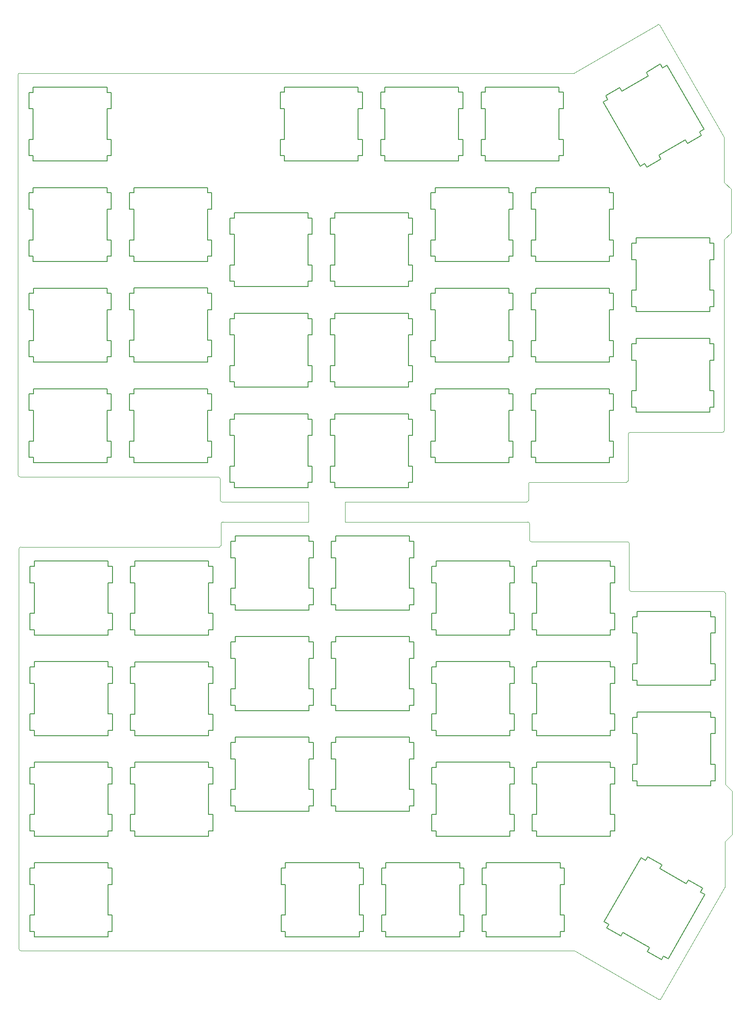
<source format=gbr>
G04 #@! TF.GenerationSoftware,KiCad,Pcbnew,(5.1.0-0)*
G04 #@! TF.CreationDate,2020-05-09T20:24:42+09:00*
G04 #@! TF.ProjectId,potto50-top-plate,706f7474-6f35-4302-9d74-6f702d706c61,rev?*
G04 #@! TF.SameCoordinates,Original*
G04 #@! TF.FileFunction,Profile,NP*
%FSLAX46Y46*%
G04 Gerber Fmt 4.6, Leading zero omitted, Abs format (unit mm)*
G04 Created by KiCad (PCBNEW (5.1.0-0)) date 2020-05-09 20:24:42*
%MOMM*%
%LPD*%
G04 APERTURE LIST*
%ADD10C,0.200000*%
%ADD11C,0.050000*%
G04 APERTURE END LIST*
D10*
X347211416Y-130708700D02*
X361212116Y-130708700D01*
X362011116Y-129709600D02*
X362011116Y-126609100D01*
X346412016Y-129709600D02*
X347211416Y-129709600D01*
X347211416Y-126609100D02*
X346412016Y-126609100D01*
X347211416Y-116709400D02*
X347211416Y-117709900D01*
X347211416Y-117709900D02*
X346412016Y-117709900D01*
X346412016Y-120809100D02*
X347211416Y-120809100D01*
X361212116Y-126609100D02*
X361212116Y-120809100D01*
X362011116Y-126609100D02*
X361212116Y-126609100D01*
X347211416Y-120809100D02*
X347211416Y-126609100D01*
X362011116Y-117709900D02*
X361212116Y-117709900D01*
X346412016Y-126609100D02*
X346412016Y-129709600D01*
X361212116Y-129709600D02*
X362011116Y-129709600D01*
X361212116Y-130708700D02*
X361212116Y-129709600D01*
X361212116Y-120809100D02*
X362011116Y-120809100D01*
X362011116Y-120809100D02*
X362011116Y-117709900D01*
X361212116Y-117709900D02*
X361212116Y-116709400D01*
X361212116Y-116709400D02*
X347211416Y-116709400D01*
X347211416Y-129709600D02*
X347211416Y-130708700D01*
X384512016Y-108184900D02*
X384512016Y-111284100D01*
X385311416Y-121183700D02*
X399312116Y-121183700D01*
X400111116Y-120184600D02*
X400111116Y-117084100D01*
X384512016Y-120184600D02*
X385311416Y-120184600D01*
X385311416Y-117084100D02*
X384512016Y-117084100D01*
X385311416Y-107184400D02*
X385311416Y-108184900D01*
X385311416Y-108184900D02*
X384512016Y-108184900D01*
X384512016Y-111284100D02*
X385311416Y-111284100D01*
X399312116Y-117084100D02*
X399312116Y-111284100D01*
X400111116Y-117084100D02*
X399312116Y-117084100D01*
X385311416Y-111284100D02*
X385311416Y-117084100D01*
X400111116Y-108184900D02*
X399312116Y-108184900D01*
X384512016Y-117084100D02*
X384512016Y-120184600D01*
X399312116Y-120184600D02*
X400111116Y-120184600D01*
X399312116Y-121183700D02*
X399312116Y-120184600D01*
X399312116Y-111284100D02*
X400111116Y-111284100D01*
X400111116Y-111284100D02*
X400111116Y-108184900D01*
X399312116Y-108184900D02*
X399312116Y-107184400D01*
X399312116Y-107184400D02*
X385311416Y-107184400D01*
X385311416Y-120184600D02*
X385311416Y-121183700D01*
X384512016Y-89134900D02*
X384512016Y-92234100D01*
X385311416Y-102133700D02*
X399312116Y-102133700D01*
X400111116Y-101134600D02*
X400111116Y-98034100D01*
X384512016Y-101134600D02*
X385311416Y-101134600D01*
X385311416Y-98034100D02*
X384512016Y-98034100D01*
X385311416Y-88134400D02*
X385311416Y-89134900D01*
X385311416Y-89134900D02*
X384512016Y-89134900D01*
X384512016Y-92234100D02*
X385311416Y-92234100D01*
X399312116Y-98034100D02*
X399312116Y-92234100D01*
X400111116Y-98034100D02*
X399312116Y-98034100D01*
X385311416Y-92234100D02*
X385311416Y-98034100D01*
X400111116Y-89134900D02*
X399312116Y-89134900D01*
X384512016Y-98034100D02*
X384512016Y-101134600D01*
X399312116Y-101134600D02*
X400111116Y-101134600D01*
X399312116Y-102133700D02*
X399312116Y-101134600D01*
X399312116Y-92234100D02*
X400111116Y-92234100D01*
X400111116Y-92234100D02*
X400111116Y-89134900D01*
X399312116Y-89134900D02*
X399312116Y-88134400D01*
X399312116Y-88134400D02*
X385311416Y-88134400D01*
X385311416Y-101134600D02*
X385311416Y-102133700D01*
X365462016Y-79609900D02*
X365462016Y-82709100D01*
X366261416Y-92608700D02*
X380262116Y-92608700D01*
X381061116Y-91609600D02*
X381061116Y-88509100D01*
X365462016Y-91609600D02*
X366261416Y-91609600D01*
X366261416Y-88509100D02*
X365462016Y-88509100D01*
X366261416Y-78609400D02*
X366261416Y-79609900D01*
X366261416Y-79609900D02*
X365462016Y-79609900D01*
X365462016Y-82709100D02*
X366261416Y-82709100D01*
X380262116Y-88509100D02*
X380262116Y-82709100D01*
X381061116Y-88509100D02*
X380262116Y-88509100D01*
X366261416Y-82709100D02*
X366261416Y-88509100D01*
X381061116Y-79609900D02*
X380262116Y-79609900D01*
X365462016Y-88509100D02*
X365462016Y-91609600D01*
X380262116Y-91609600D02*
X381061116Y-91609600D01*
X380262116Y-92608700D02*
X380262116Y-91609600D01*
X380262116Y-82709100D02*
X381061116Y-82709100D01*
X381061116Y-82709100D02*
X381061116Y-79609900D01*
X380262116Y-79609900D02*
X380262116Y-78609400D01*
X380262116Y-78609400D02*
X366261416Y-78609400D01*
X366261416Y-91609600D02*
X366261416Y-92608700D01*
X370737116Y-139859100D02*
X371536116Y-139859100D01*
X371536116Y-139859100D02*
X371536116Y-136759900D01*
X370737116Y-136759900D02*
X370737116Y-135759400D01*
X370737116Y-135759400D02*
X356736416Y-135759400D01*
X356736416Y-148759600D02*
X356736416Y-149758700D01*
X365462016Y-117709900D02*
X365462016Y-120809100D01*
X366261416Y-130708700D02*
X380262116Y-130708700D01*
X381061116Y-129709600D02*
X381061116Y-126609100D01*
X365462016Y-129709600D02*
X366261416Y-129709600D01*
X366261416Y-126609100D02*
X365462016Y-126609100D01*
X366261416Y-116709400D02*
X366261416Y-117709900D01*
X366261416Y-117709900D02*
X365462016Y-117709900D01*
X365462016Y-120809100D02*
X366261416Y-120809100D01*
X380262116Y-126609100D02*
X380262116Y-120809100D01*
X381061116Y-126609100D02*
X380262116Y-126609100D01*
X366261416Y-120809100D02*
X366261416Y-126609100D01*
X381061116Y-117709900D02*
X380262116Y-117709900D01*
X365462016Y-126609100D02*
X365462016Y-129709600D01*
X380262116Y-129709600D02*
X381061116Y-129709600D01*
X380262116Y-130708700D02*
X380262116Y-129709600D01*
X380262116Y-120809100D02*
X381061116Y-120809100D01*
X381061116Y-120809100D02*
X381061116Y-117709900D01*
X380262116Y-117709900D02*
X380262116Y-116709400D01*
X380262116Y-116709400D02*
X366261416Y-116709400D01*
X366261416Y-129709600D02*
X366261416Y-130708700D01*
X346412016Y-117709900D02*
X346412016Y-120809100D01*
X323911116Y-105897100D02*
X323911116Y-102796600D01*
X323112116Y-96996600D02*
X323911116Y-96996600D01*
X323911116Y-96996600D02*
X323911116Y-93897400D01*
X323112116Y-93897400D02*
X323112116Y-92896900D01*
X323112116Y-92896900D02*
X309111416Y-92896900D01*
X309111416Y-92896900D02*
X309111416Y-93897400D01*
X309111416Y-93897400D02*
X308312016Y-93897400D01*
X308312016Y-96996600D02*
X309111416Y-96996600D01*
X323112116Y-102796600D02*
X323112116Y-96996600D01*
X323911116Y-102796600D02*
X323112116Y-102796600D01*
X309111416Y-96996600D02*
X309111416Y-102796600D01*
X323911116Y-93897400D02*
X323112116Y-93897400D01*
X308312016Y-102796600D02*
X308312016Y-105897100D01*
X323112116Y-105897100D02*
X323911116Y-105897100D01*
X323112116Y-106896200D02*
X323112116Y-105897100D01*
X290061416Y-110672300D02*
X290061416Y-111671400D01*
X289262016Y-110672300D02*
X290061416Y-110672300D01*
X290061416Y-107571800D02*
X289262016Y-107571800D01*
X289262016Y-98672600D02*
X289262016Y-101771800D01*
X290061416Y-111671400D02*
X304062116Y-111671400D01*
X304861116Y-110672300D02*
X304861116Y-107571800D01*
X304062116Y-101771800D02*
X304861116Y-101771800D01*
X304861116Y-101771800D02*
X304861116Y-98672600D01*
X304062116Y-98672600D02*
X304062116Y-97672100D01*
X304062116Y-97672100D02*
X290061416Y-97672100D01*
X290061416Y-97672100D02*
X290061416Y-98672600D01*
X290061416Y-98672600D02*
X289262016Y-98672600D01*
X289262016Y-101771800D02*
X290061416Y-101771800D01*
X304062116Y-107571800D02*
X304062116Y-101771800D01*
X304861116Y-107571800D02*
X304062116Y-107571800D01*
X290061416Y-101771800D02*
X290061416Y-107571800D01*
X304861116Y-98672600D02*
X304062116Y-98672600D01*
X289262016Y-107571800D02*
X289262016Y-110672300D01*
X304062116Y-110672300D02*
X304861116Y-110672300D01*
X304062116Y-111671400D02*
X304062116Y-110672300D01*
X271011416Y-110659600D02*
X271011416Y-111658700D01*
X270212016Y-110659600D02*
X271011416Y-110659600D01*
X271011416Y-107559100D02*
X270212016Y-107559100D01*
X270212016Y-98659900D02*
X270212016Y-101759100D01*
X271011416Y-111658700D02*
X285012116Y-111658700D01*
X285811116Y-110659600D02*
X285811116Y-107559100D01*
X285012116Y-101759100D02*
X285811116Y-101759100D01*
X285811116Y-101759100D02*
X285811116Y-98659900D01*
X285012116Y-98659900D02*
X285012116Y-97659400D01*
X285012116Y-97659400D02*
X271011416Y-97659400D01*
X271011416Y-97659400D02*
X271011416Y-98659900D01*
X271011416Y-98659900D02*
X270212016Y-98659900D01*
X270212016Y-101759100D02*
X271011416Y-101759100D01*
X285012116Y-107559100D02*
X285012116Y-101759100D01*
X285811116Y-107559100D02*
X285012116Y-107559100D01*
X271011416Y-101759100D02*
X271011416Y-107559100D01*
X285811116Y-98659900D02*
X285012116Y-98659900D01*
X270212016Y-107559100D02*
X270212016Y-110659600D01*
X285012116Y-110659600D02*
X285811116Y-110659600D01*
X285012116Y-111658700D02*
X285012116Y-110659600D01*
X271011416Y-91609600D02*
X271011416Y-92608700D01*
X270212016Y-91609600D02*
X271011416Y-91609600D01*
X271011416Y-88509100D02*
X270212016Y-88509100D01*
X270212016Y-79609900D02*
X270212016Y-82709100D01*
X271011416Y-92608700D02*
X285012116Y-92608700D01*
X285811116Y-91609600D02*
X285811116Y-88509100D01*
X285012116Y-82709100D02*
X285811116Y-82709100D01*
X285811116Y-82709100D02*
X285811116Y-79609900D01*
X285012116Y-79609900D02*
X285012116Y-78609400D01*
X285012116Y-78609400D02*
X271011416Y-78609400D01*
X271011416Y-78609400D02*
X271011416Y-79609900D01*
X271011416Y-79609900D02*
X270212016Y-79609900D01*
X270212016Y-82709100D02*
X271011416Y-82709100D01*
X285012116Y-88509100D02*
X285012116Y-82709100D01*
X285811116Y-88509100D02*
X285012116Y-88509100D01*
X271011416Y-82709100D02*
X271011416Y-88509100D01*
X285811116Y-79609900D02*
X285012116Y-79609900D01*
X270212016Y-88509100D02*
X270212016Y-91609600D01*
X285012116Y-91609600D02*
X285811116Y-91609600D01*
X285012116Y-92608700D02*
X285012116Y-91609600D01*
X290061416Y-91609600D02*
X290061416Y-92608700D01*
X289262016Y-91609600D02*
X290061416Y-91609600D01*
X290061416Y-88509100D02*
X289262016Y-88509100D01*
X289262016Y-79609900D02*
X289262016Y-82709100D01*
X290061416Y-92608700D02*
X304062116Y-92608700D01*
X304861116Y-91609600D02*
X304861116Y-88509100D01*
X304062116Y-82709100D02*
X304861116Y-82709100D01*
X304861116Y-82709100D02*
X304861116Y-79609900D01*
X304062116Y-79609900D02*
X304062116Y-78609400D01*
X304062116Y-78609400D02*
X290061416Y-78609400D01*
X290061416Y-78609400D02*
X290061416Y-79609900D01*
X290061416Y-79609900D02*
X289262016Y-79609900D01*
X289262016Y-82709100D02*
X290061416Y-82709100D01*
X304062116Y-88509100D02*
X304062116Y-82709100D01*
X304861116Y-88509100D02*
X304062116Y-88509100D01*
X290061416Y-82709100D02*
X290061416Y-88509100D01*
X304861116Y-79609900D02*
X304062116Y-79609900D01*
X289262016Y-88509100D02*
X289262016Y-91609600D01*
X304062116Y-91609600D02*
X304861116Y-91609600D01*
X304062116Y-92608700D02*
X304062116Y-91609600D01*
X328161416Y-86847100D02*
X328161416Y-87846200D01*
X327362016Y-86847100D02*
X328161416Y-86847100D01*
X328161416Y-83746600D02*
X327362016Y-83746600D01*
X327362016Y-74847400D02*
X327362016Y-77946600D01*
X328161416Y-87846200D02*
X342162116Y-87846200D01*
X342961116Y-86847100D02*
X342961116Y-83746600D01*
X327362016Y-105897100D02*
X328161416Y-105897100D01*
X328161416Y-102796600D02*
X327362016Y-102796600D01*
X327362016Y-93897400D02*
X327362016Y-96996600D01*
X328161416Y-106896200D02*
X342162116Y-106896200D01*
X342961116Y-105897100D02*
X342961116Y-102796600D01*
X342162116Y-96996600D02*
X342961116Y-96996600D01*
X342961116Y-96996600D02*
X342961116Y-93897400D01*
X342162116Y-93897400D02*
X342162116Y-92896900D01*
X342162116Y-92896900D02*
X328161416Y-92896900D01*
X328161416Y-92896900D02*
X328161416Y-93897400D01*
X328161416Y-93897400D02*
X327362016Y-93897400D01*
X327362016Y-96996600D02*
X328161416Y-96996600D01*
X342162116Y-102796600D02*
X342162116Y-96996600D01*
X342961116Y-102796600D02*
X342162116Y-102796600D01*
X328161416Y-96996600D02*
X328161416Y-102796600D01*
X342961116Y-93897400D02*
X342162116Y-93897400D01*
X327362016Y-102796600D02*
X327362016Y-105897100D01*
X342162116Y-105897100D02*
X342961116Y-105897100D01*
X342162116Y-106896200D02*
X342162116Y-105897100D01*
X309111416Y-105897100D02*
X309111416Y-106896200D01*
X308312016Y-105897100D02*
X309111416Y-105897100D01*
X309111416Y-102796600D02*
X308312016Y-102796600D01*
X308312016Y-93897400D02*
X308312016Y-96996600D01*
X309111416Y-106896200D02*
X323112116Y-106896200D01*
X270998716Y-148746900D02*
X270998716Y-149746000D01*
X270199316Y-148746900D02*
X270998716Y-148746900D01*
X270998716Y-145646400D02*
X270199316Y-145646400D01*
X270199316Y-136747200D02*
X270199316Y-139846400D01*
X270998716Y-149746000D02*
X284999416Y-149746000D01*
X285798416Y-148746900D02*
X285798416Y-145646400D01*
X284999416Y-139846400D02*
X285798416Y-139846400D01*
X285798416Y-139846400D02*
X285798416Y-136747200D01*
X284999416Y-136747200D02*
X284999416Y-135746700D01*
X284999416Y-135746700D02*
X270998716Y-135746700D01*
X270998716Y-135746700D02*
X270998716Y-136747200D01*
X270998716Y-136747200D02*
X270199316Y-136747200D01*
X270199316Y-139846400D02*
X270998716Y-139846400D01*
X284999416Y-145646400D02*
X284999416Y-139846400D01*
X285798416Y-145646400D02*
X284999416Y-145646400D01*
X270998716Y-139846400D02*
X270998716Y-145646400D01*
X285798416Y-136747200D02*
X284999416Y-136747200D01*
X270199316Y-145646400D02*
X270199316Y-148746900D01*
X284999416Y-148746900D02*
X285798416Y-148746900D01*
X284999416Y-149746000D02*
X284999416Y-148746900D01*
X270998716Y-129709600D02*
X270998716Y-130708700D01*
X270199316Y-129709600D02*
X270998716Y-129709600D01*
X270998716Y-126609100D02*
X270199316Y-126609100D01*
X270199316Y-117709900D02*
X270199316Y-120809100D01*
X270998716Y-130708700D02*
X284999416Y-130708700D01*
X285798416Y-129709600D02*
X285798416Y-126609100D01*
X284999416Y-120809100D02*
X285798416Y-120809100D01*
X285798416Y-120809100D02*
X285798416Y-117709900D01*
X284999416Y-117709900D02*
X284999416Y-116709400D01*
X284999416Y-116709400D02*
X270998716Y-116709400D01*
X270998716Y-116709400D02*
X270998716Y-117709900D01*
X270998716Y-117709900D02*
X270199316Y-117709900D01*
X270199316Y-120809100D02*
X270998716Y-120809100D01*
X284999416Y-126609100D02*
X284999416Y-120809100D01*
X285798416Y-126609100D02*
X284999416Y-126609100D01*
X270998716Y-120809100D02*
X270998716Y-126609100D01*
X285798416Y-117709900D02*
X284999416Y-117709900D01*
X270199316Y-126609100D02*
X270199316Y-129709600D01*
X284999416Y-129709600D02*
X285798416Y-129709600D01*
X284999416Y-130708700D02*
X284999416Y-129709600D01*
X328161416Y-124947100D02*
X328161416Y-125946200D01*
X327362016Y-124947100D02*
X328161416Y-124947100D01*
X328161416Y-121846600D02*
X327362016Y-121846600D01*
X327362016Y-112947400D02*
X327362016Y-116046600D01*
X328161416Y-125946200D02*
X342162116Y-125946200D01*
X342961116Y-124947100D02*
X342961116Y-121846600D01*
X342162116Y-116046600D02*
X342961116Y-116046600D01*
X342961116Y-116046600D02*
X342961116Y-112947400D01*
X342162116Y-112947400D02*
X342162116Y-111946900D01*
X342162116Y-111946900D02*
X328161416Y-111946900D01*
X328161416Y-111946900D02*
X328161416Y-112947400D01*
X328161416Y-112947400D02*
X327362016Y-112947400D01*
X327362016Y-116046600D02*
X328161416Y-116046600D01*
X342162116Y-121846600D02*
X342162116Y-116046600D01*
X342961116Y-121846600D02*
X342162116Y-121846600D01*
X328161416Y-116046600D02*
X328161416Y-121846600D01*
X342961116Y-112947400D02*
X342162116Y-112947400D01*
X327362016Y-121846600D02*
X327362016Y-124947100D01*
X342162116Y-124947100D02*
X342961116Y-124947100D01*
X342162116Y-125946200D02*
X342162116Y-124947100D01*
X366261416Y-110659600D02*
X366261416Y-111658700D01*
X365462016Y-110659600D02*
X366261416Y-110659600D01*
X366261416Y-107559100D02*
X365462016Y-107559100D01*
X365462016Y-98659900D02*
X365462016Y-101759100D01*
X366261416Y-111658700D02*
X380262116Y-111658700D01*
X381061116Y-110659600D02*
X381061116Y-107559100D01*
X380262116Y-101759100D02*
X381061116Y-101759100D01*
X381061116Y-101759100D02*
X381061116Y-98659900D01*
X380262116Y-98659900D02*
X380262116Y-97659400D01*
X380262116Y-97659400D02*
X366261416Y-97659400D01*
X366261416Y-97659400D02*
X366261416Y-98659900D01*
X366261416Y-98659900D02*
X365462016Y-98659900D01*
X365462016Y-101759100D02*
X366261416Y-101759100D01*
X380262116Y-107559100D02*
X380262116Y-101759100D01*
X381061116Y-107559100D02*
X380262116Y-107559100D01*
X366261416Y-101759100D02*
X366261416Y-107559100D01*
X381061116Y-98659900D02*
X380262116Y-98659900D01*
X365462016Y-107559100D02*
X365462016Y-110659600D01*
X380262116Y-110659600D02*
X381061116Y-110659600D01*
X380262116Y-111658700D02*
X380262116Y-110659600D01*
X347211416Y-110659600D02*
X347211416Y-111658700D01*
X346412016Y-110659600D02*
X347211416Y-110659600D01*
X347211416Y-107559100D02*
X346412016Y-107559100D01*
X346412016Y-98659900D02*
X346412016Y-101759100D01*
X347211416Y-111658700D02*
X361212116Y-111658700D01*
X362011116Y-110659600D02*
X362011116Y-107559100D01*
X361212116Y-101759100D02*
X362011116Y-101759100D01*
X362011116Y-101759100D02*
X362011116Y-98659900D01*
X361212116Y-98659900D02*
X361212116Y-97659400D01*
X361212116Y-97659400D02*
X347211416Y-97659400D01*
X347211416Y-97659400D02*
X347211416Y-98659900D01*
X347211416Y-98659900D02*
X346412016Y-98659900D01*
X346412016Y-101759100D02*
X347211416Y-101759100D01*
X361212116Y-107559100D02*
X361212116Y-101759100D01*
X362011116Y-107559100D02*
X361212116Y-107559100D01*
X347211416Y-101759100D02*
X347211416Y-107559100D01*
X362011116Y-98659900D02*
X361212116Y-98659900D01*
X346412016Y-107559100D02*
X346412016Y-110659600D01*
X361212116Y-110659600D02*
X362011116Y-110659600D01*
X361212116Y-111658700D02*
X361212116Y-110659600D01*
X328161416Y-105897100D02*
X328161416Y-106896200D01*
X342162116Y-77946600D02*
X342961116Y-77946600D01*
X342961116Y-77946600D02*
X342961116Y-74847400D01*
X342162116Y-74847400D02*
X342162116Y-73846900D01*
X342162116Y-73846900D02*
X328161416Y-73846900D01*
X328161416Y-73846900D02*
X328161416Y-74847400D01*
X328161416Y-74847400D02*
X327362016Y-74847400D01*
X327362016Y-77946600D02*
X328161416Y-77946600D01*
X342162116Y-83746600D02*
X342162116Y-77946600D01*
X342961116Y-83746600D02*
X342162116Y-83746600D01*
X328161416Y-77946600D02*
X328161416Y-83746600D01*
X342961116Y-74847400D02*
X342162116Y-74847400D01*
X327362016Y-83746600D02*
X327362016Y-86847100D01*
X342162116Y-86847100D02*
X342961116Y-86847100D01*
X342162116Y-87846200D02*
X342162116Y-86847100D01*
X347211416Y-91609600D02*
X347211416Y-92608700D01*
X346412016Y-91609600D02*
X347211416Y-91609600D01*
X347211416Y-88509100D02*
X346412016Y-88509100D01*
X346412016Y-79609900D02*
X346412016Y-82709100D01*
X347211416Y-92608700D02*
X361212116Y-92608700D01*
X362011116Y-91609600D02*
X362011116Y-88509100D01*
X361212116Y-82709100D02*
X362011116Y-82709100D01*
X362011116Y-82709100D02*
X362011116Y-79609900D01*
X361212116Y-79609900D02*
X361212116Y-78609400D01*
X361212116Y-78609400D02*
X347211416Y-78609400D01*
X347211416Y-78609400D02*
X347211416Y-79609900D01*
X347211416Y-79609900D02*
X346412016Y-79609900D01*
X346412016Y-82709100D02*
X347211416Y-82709100D01*
X361212116Y-88509100D02*
X361212116Y-82709100D01*
X362011116Y-88509100D02*
X361212116Y-88509100D01*
X347211416Y-82709100D02*
X347211416Y-88509100D01*
X362011116Y-79609900D02*
X361212116Y-79609900D01*
X346412016Y-88509100D02*
X346412016Y-91609600D01*
X361212116Y-91609600D02*
X362011116Y-91609600D01*
X361212116Y-92608700D02*
X361212116Y-91609600D01*
X309111416Y-86847100D02*
X309111416Y-87846200D01*
X308312016Y-86847100D02*
X309111416Y-86847100D01*
X309111416Y-83746600D02*
X308312016Y-83746600D01*
X308312016Y-74847400D02*
X308312016Y-77946600D01*
X309111416Y-87846200D02*
X323112116Y-87846200D01*
X323911116Y-86847100D02*
X323911116Y-83746600D01*
X323112116Y-77946600D02*
X323911116Y-77946600D01*
X323911116Y-77946600D02*
X323911116Y-74847400D01*
X323112116Y-74847400D02*
X323112116Y-73846900D01*
X323112116Y-73846900D02*
X309111416Y-73846900D01*
X309111416Y-73846900D02*
X309111416Y-74847400D01*
X309111416Y-74847400D02*
X308312016Y-74847400D01*
X308312016Y-77946600D02*
X309111416Y-77946600D01*
X323112116Y-83746600D02*
X323112116Y-77946600D01*
X323911116Y-83746600D02*
X323112116Y-83746600D01*
X309111416Y-77946600D02*
X309111416Y-83746600D01*
X323911116Y-74847400D02*
X323112116Y-74847400D01*
X308312016Y-83746600D02*
X308312016Y-86847100D01*
X323112116Y-86847100D02*
X323911116Y-86847100D01*
X323112116Y-87846200D02*
X323112116Y-86847100D01*
X389644116Y-136819100D02*
X390043116Y-136125900D01*
X394667116Y-139719800D02*
X389644116Y-136819100D01*
X395066116Y-139026700D02*
X394667116Y-139719800D01*
X397751116Y-140575600D02*
X395066116Y-139026700D01*
X397350116Y-141268800D02*
X397751116Y-140575600D01*
X398217116Y-141769000D02*
X397350116Y-141268800D01*
X391216116Y-153892950D02*
X398217116Y-141769000D01*
X390351116Y-153392740D02*
X391216116Y-153892950D01*
X390043116Y-136125900D02*
X387359116Y-134575600D01*
X379092116Y-146892500D02*
X379959116Y-147392700D01*
X389951116Y-154085880D02*
X390351116Y-153392740D01*
X387267116Y-152535600D02*
X389951116Y-154085880D01*
X387666116Y-151843800D02*
X387267116Y-152535600D01*
X382643116Y-148943100D02*
X387666116Y-151843800D01*
X382244116Y-149636200D02*
X382643116Y-148943100D01*
X379558116Y-148085900D02*
X382244116Y-149636200D01*
X387359116Y-134575600D02*
X386958116Y-135268800D01*
X386093116Y-134768500D02*
X379092116Y-146892500D01*
X379959116Y-147392700D02*
X379558116Y-148085900D01*
X386958116Y-135268800D02*
X386093116Y-134768500D01*
X289262016Y-117709900D02*
X289262016Y-120809100D01*
X290061416Y-130708700D02*
X304062116Y-130708700D01*
X304861116Y-129709600D02*
X304861116Y-126609100D01*
X289262016Y-129709600D02*
X290061416Y-129709600D01*
X290061416Y-126609100D02*
X289262016Y-126609100D01*
X290061416Y-116709400D02*
X290061416Y-117709900D01*
X290061416Y-117709900D02*
X289262016Y-117709900D01*
X289262016Y-120809100D02*
X290061416Y-120809100D01*
X304062116Y-126609100D02*
X304062116Y-120809100D01*
X304861116Y-126609100D02*
X304062116Y-126609100D01*
X290061416Y-120809100D02*
X290061416Y-126609100D01*
X304861116Y-117709900D02*
X304062116Y-117709900D01*
X289262016Y-126609100D02*
X289262016Y-129709600D01*
X304062116Y-129709600D02*
X304861116Y-129709600D01*
X304062116Y-130708700D02*
X304062116Y-129709600D01*
X304062116Y-120809100D02*
X304861116Y-120809100D01*
X304861116Y-120809100D02*
X304861116Y-117709900D01*
X304062116Y-117709900D02*
X304062116Y-116709400D01*
X304062116Y-116709400D02*
X290061416Y-116709400D01*
X290061416Y-129709600D02*
X290061416Y-130708700D01*
X308312016Y-112947400D02*
X308312016Y-116046600D01*
X309111416Y-125946200D02*
X323112116Y-125946200D01*
X323911116Y-124947100D02*
X323911116Y-121846600D01*
X308312016Y-124947100D02*
X309111416Y-124947100D01*
X309111416Y-121846600D02*
X308312016Y-121846600D01*
X309111416Y-111946900D02*
X309111416Y-112947400D01*
X309111416Y-112947400D02*
X308312016Y-112947400D01*
X308312016Y-116046600D02*
X309111416Y-116046600D01*
X323112116Y-121846600D02*
X323112116Y-116046600D01*
X323911116Y-121846600D02*
X323112116Y-121846600D01*
X309111416Y-116046600D02*
X309111416Y-121846600D01*
X323911116Y-112947400D02*
X323112116Y-112947400D01*
X308312016Y-121846600D02*
X308312016Y-124947100D01*
X323112116Y-124947100D02*
X323911116Y-124947100D01*
X323112116Y-125946200D02*
X323112116Y-124947100D01*
X323112116Y-116046600D02*
X323911116Y-116046600D01*
X323911116Y-116046600D02*
X323911116Y-112947400D01*
X323112116Y-112947400D02*
X323112116Y-111946900D01*
X323112116Y-111946900D02*
X309111416Y-111946900D01*
X309111416Y-124947100D02*
X309111416Y-125946200D01*
X336887016Y-136759900D02*
X336887016Y-139859100D01*
X337686416Y-149758700D02*
X351687116Y-149758700D01*
X352486116Y-148759600D02*
X352486116Y-145659100D01*
X336887016Y-148759600D02*
X337686416Y-148759600D01*
X337686416Y-145659100D02*
X336887016Y-145659100D01*
X337686416Y-135759400D02*
X337686416Y-136759900D01*
X337686416Y-136759900D02*
X336887016Y-136759900D01*
X336887016Y-139859100D02*
X337686416Y-139859100D01*
X351687116Y-145659100D02*
X351687116Y-139859100D01*
X352486116Y-145659100D02*
X351687116Y-145659100D01*
X337686416Y-139859100D02*
X337686416Y-145659100D01*
X352486116Y-136759900D02*
X351687116Y-136759900D01*
X336887016Y-145659100D02*
X336887016Y-148759600D01*
X351687116Y-148759600D02*
X352486116Y-148759600D01*
X351687116Y-149758700D02*
X351687116Y-148759600D01*
X351687116Y-139859100D02*
X352486116Y-139859100D01*
X352486116Y-139859100D02*
X352486116Y-136759900D01*
X351687116Y-136759900D02*
X351687116Y-135759400D01*
X351687116Y-135759400D02*
X337686416Y-135759400D01*
X337686416Y-148759600D02*
X337686416Y-149758700D01*
X317837016Y-136759900D02*
X317837016Y-139859100D01*
X318636416Y-149758700D02*
X332637116Y-149758700D01*
X333436116Y-148759600D02*
X333436116Y-145659100D01*
X317837016Y-148759600D02*
X318636416Y-148759600D01*
X318636416Y-145659100D02*
X317837016Y-145659100D01*
X318636416Y-135759400D02*
X318636416Y-136759900D01*
X318636416Y-136759900D02*
X317837016Y-136759900D01*
X317837016Y-139859100D02*
X318636416Y-139859100D01*
X332637116Y-145659100D02*
X332637116Y-139859100D01*
X333436116Y-145659100D02*
X332637116Y-145659100D01*
X318636416Y-139859100D02*
X318636416Y-145659100D01*
X333436116Y-136759900D02*
X332637116Y-136759900D01*
X317837016Y-145659100D02*
X317837016Y-148759600D01*
X332637116Y-148759600D02*
X333436116Y-148759600D01*
X332637116Y-149758700D02*
X332637116Y-148759600D01*
X332637116Y-139859100D02*
X333436116Y-139859100D01*
X333436116Y-139859100D02*
X333436116Y-136759900D01*
X332637116Y-136759900D02*
X332637116Y-135759400D01*
X332637116Y-135759400D02*
X318636416Y-135759400D01*
X318636416Y-148759600D02*
X318636416Y-149758700D01*
X355937016Y-136759900D02*
X355937016Y-139859100D01*
X356736416Y-149758700D02*
X370737116Y-149758700D01*
X371536116Y-148759600D02*
X371536116Y-145659100D01*
X355937016Y-148759600D02*
X356736416Y-148759600D01*
X356736416Y-145659100D02*
X355937016Y-145659100D01*
X356736416Y-135759400D02*
X356736416Y-136759900D01*
X356736416Y-136759900D02*
X355937016Y-136759900D01*
X355937016Y-139859100D02*
X356736416Y-139859100D01*
X370737116Y-145659100D02*
X370737116Y-139859100D01*
X371536116Y-145659100D02*
X370737116Y-145659100D01*
X356736416Y-139859100D02*
X356736416Y-145659100D01*
X371536116Y-136759900D02*
X370737116Y-136759900D01*
X355937016Y-145659100D02*
X355937016Y-148759600D01*
X370737116Y-148759600D02*
X371536116Y-148759600D01*
X370737116Y-149758700D02*
X370737116Y-148759600D01*
D11*
X329975800Y-67396000D02*
X364388800Y-67391900D01*
X323050800Y-71175100D02*
X323050800Y-67396000D01*
X323050800Y-67396000D02*
X306603800Y-67391900D01*
X364573300Y-71175100D02*
X329975800Y-71175100D01*
X329975800Y-71175100D02*
X329975800Y-67396000D01*
X268459700Y-75924900D02*
X306077100Y-75924900D01*
X306432700Y-75569300D02*
X306432700Y-71530700D01*
X364928900Y-71530700D02*
X364928900Y-74566000D01*
X365284500Y-74921600D02*
X383483600Y-74921600D01*
X383839200Y-75277200D02*
X383839200Y-83989400D01*
X384194800Y-84345000D02*
X401695400Y-84345000D01*
X402051000Y-84700600D02*
X402051000Y-120895600D01*
X403333700Y-130420600D02*
X402012900Y-131741400D01*
X402012900Y-131741400D02*
X402012900Y-140250400D01*
X402012900Y-140250400D02*
X389731998Y-161586400D01*
X389478000Y-161637200D02*
X373450600Y-152404300D01*
X373450600Y-152404300D02*
X268459700Y-152404300D01*
X268104100Y-152048700D02*
X268104100Y-76280500D01*
X402051000Y-120895600D02*
X403333700Y-122178300D01*
X403333700Y-122178300D02*
X403333700Y-130420600D01*
X401695400Y-84345000D02*
G75*
G02X402051000Y-84700600I0J-355600D01*
G01*
X384194800Y-84345000D02*
G75*
G02X383839200Y-83989400I0J355600D01*
G01*
X383483600Y-74921600D02*
G75*
G02X383839200Y-75277200I0J-355600D01*
G01*
X365284500Y-74921600D02*
G75*
G02X364928900Y-74566000I0J355600D01*
G01*
X364573300Y-71175100D02*
G75*
G02X364928900Y-71530700I0J-355600D01*
G01*
X306432700Y-71530700D02*
G75*
G02X306788300Y-71175100I355600J0D01*
G01*
X306432700Y-75569300D02*
G75*
G02X306077100Y-75924900I-355600J0D01*
G01*
X268104100Y-76280500D02*
G75*
G02X268459700Y-75924900I355600J0D01*
G01*
X268459700Y-152404300D02*
G75*
G02X268104100Y-152048700I0J355600D01*
G01*
X389731998Y-161586400D02*
G75*
G02X389478000Y-161637200I-152399J101599D01*
G01*
X389547498Y23019400D02*
G75*
G03X389293500Y23070200I-152399J-101599D01*
G01*
X268275200Y13837300D02*
G75*
G03X267919600Y13481700I0J-355600D01*
G01*
X267919600Y-62286500D02*
G75*
G03X268275200Y-62642100I355600J0D01*
G01*
X306248200Y-62997700D02*
G75*
G03X305892600Y-62642100I-355600J0D01*
G01*
X306248200Y-67036300D02*
G75*
G03X306603800Y-67391900I355600J0D01*
G01*
X364388800Y-67391900D02*
G75*
G03X364744400Y-67036300I0J355600D01*
G01*
X365100000Y-63645400D02*
G75*
G03X364744400Y-64001000I0J-355600D01*
G01*
X383299100Y-63645400D02*
G75*
G03X383654700Y-63289800I0J355600D01*
G01*
X384010300Y-54222000D02*
G75*
G03X383654700Y-54577600I0J-355600D01*
G01*
X401510900Y-54222000D02*
G75*
G03X401866500Y-53866400I0J355600D01*
G01*
X403149200Y-16388700D02*
X403149200Y-8146400D01*
X401866500Y-17671400D02*
X403149200Y-16388700D01*
X267919600Y13481700D02*
X267919600Y-62286500D01*
X373266100Y13837300D02*
X268275200Y13837300D01*
X389293500Y23070200D02*
X373266100Y13837300D01*
X401828400Y1683400D02*
X389547498Y23019400D01*
X401828400Y-6825600D02*
X401828400Y1683400D01*
X403149200Y-8146400D02*
X401828400Y-6825600D01*
X401866500Y-53866400D02*
X401866500Y-17671400D01*
X384010300Y-54222000D02*
X401510900Y-54222000D01*
X383654700Y-63289800D02*
X383654700Y-54577600D01*
X365100000Y-63645400D02*
X383299100Y-63645400D01*
X364744400Y-67036300D02*
X364744400Y-64001000D01*
X306248200Y-62997700D02*
X306248200Y-67036300D01*
X268275200Y-62642100D02*
X305892600Y-62642100D01*
X306788300Y-71175100D02*
X323050800Y-71175100D01*
D10*
X366070916Y-46934700D02*
X366070916Y-45935600D01*
X380071616Y-59934900D02*
X366070916Y-59934900D01*
X380071616Y-58934400D02*
X380071616Y-59934900D01*
X380870616Y-55835200D02*
X380870616Y-58934400D01*
X380071616Y-55835200D02*
X380870616Y-55835200D01*
X380071616Y-45935600D02*
X380071616Y-46934700D01*
X380071616Y-46934700D02*
X380870616Y-46934700D01*
X365271516Y-50035200D02*
X365271516Y-46934700D01*
X380870616Y-58934400D02*
X380071616Y-58934400D01*
X366070916Y-55835200D02*
X366070916Y-50035200D01*
X380870616Y-50035200D02*
X380071616Y-50035200D01*
X380071616Y-50035200D02*
X380071616Y-55835200D01*
X365271516Y-55835200D02*
X366070916Y-55835200D01*
X366070916Y-58934400D02*
X365271516Y-58934400D01*
X366070916Y-59934900D02*
X366070916Y-58934400D01*
X366070916Y-50035200D02*
X365271516Y-50035200D01*
X365271516Y-46934700D02*
X366070916Y-46934700D01*
X380870616Y-46934700D02*
X380870616Y-50035200D01*
X366070916Y-45935600D02*
X380071616Y-45935600D01*
X365271516Y-58934400D02*
X365271516Y-55835200D01*
X385120916Y-37409700D02*
X385120916Y-36410600D01*
X399121616Y-50409900D02*
X385120916Y-50409900D01*
X399121616Y-49409400D02*
X399121616Y-50409900D01*
X399920616Y-46310200D02*
X399920616Y-49409400D01*
X399121616Y-46310200D02*
X399920616Y-46310200D01*
X399121616Y-36410600D02*
X399121616Y-37409700D01*
X399121616Y-37409700D02*
X399920616Y-37409700D01*
X384321516Y-40510200D02*
X384321516Y-37409700D01*
X399920616Y-49409400D02*
X399121616Y-49409400D01*
X385120916Y-46310200D02*
X385120916Y-40510200D01*
X399920616Y-40510200D02*
X399121616Y-40510200D01*
X399121616Y-40510200D02*
X399121616Y-46310200D01*
X384321516Y-46310200D02*
X385120916Y-46310200D01*
X385120916Y-49409400D02*
X384321516Y-49409400D01*
X385120916Y-50409900D02*
X385120916Y-49409400D01*
X385120916Y-40510200D02*
X384321516Y-40510200D01*
X384321516Y-37409700D02*
X385120916Y-37409700D01*
X399920616Y-37409700D02*
X399920616Y-40510200D01*
X385120916Y-36410600D02*
X399121616Y-36410600D01*
X384321516Y-49409400D02*
X384321516Y-46310200D01*
X385120916Y-18359700D02*
X385120916Y-17360600D01*
X399121616Y-31359900D02*
X385120916Y-31359900D01*
X399121616Y-30359400D02*
X399121616Y-31359900D01*
X399920616Y-27260200D02*
X399920616Y-30359400D01*
X399121616Y-27260200D02*
X399920616Y-27260200D01*
X399121616Y-17360600D02*
X399121616Y-18359700D01*
X399121616Y-18359700D02*
X399920616Y-18359700D01*
X384321516Y-21460200D02*
X384321516Y-18359700D01*
X399920616Y-30359400D02*
X399121616Y-30359400D01*
X385120916Y-27260200D02*
X385120916Y-21460200D01*
X399920616Y-21460200D02*
X399121616Y-21460200D01*
X399121616Y-21460200D02*
X399121616Y-27260200D01*
X384321516Y-27260200D02*
X385120916Y-27260200D01*
X385120916Y-30359400D02*
X384321516Y-30359400D01*
X385120916Y-31359900D02*
X385120916Y-30359400D01*
X385120916Y-21460200D02*
X384321516Y-21460200D01*
X384321516Y-18359700D02*
X385120916Y-18359700D01*
X399920616Y-18359700D02*
X399920616Y-21460200D01*
X385120916Y-17360600D02*
X399121616Y-17360600D01*
X384321516Y-30359400D02*
X384321516Y-27260200D01*
X347020916Y-8834700D02*
X347020916Y-7835600D01*
X361021616Y-21834900D02*
X347020916Y-21834900D01*
X361021616Y-20834400D02*
X361021616Y-21834900D01*
X361820616Y-17735200D02*
X361820616Y-20834400D01*
X361021616Y-17735200D02*
X361820616Y-17735200D01*
X361021616Y-7835600D02*
X361021616Y-8834700D01*
X361021616Y-8834700D02*
X361820616Y-8834700D01*
X346221516Y-11935200D02*
X346221516Y-8834700D01*
X361820616Y-20834400D02*
X361021616Y-20834400D01*
X347020916Y-17735200D02*
X347020916Y-11935200D01*
X361820616Y-11935200D02*
X361021616Y-11935200D01*
X361021616Y-11935200D02*
X361021616Y-17735200D01*
X346221516Y-17735200D02*
X347020916Y-17735200D01*
X347020916Y-20834400D02*
X346221516Y-20834400D01*
X347020916Y-21834900D02*
X347020916Y-20834400D01*
X347020916Y-11935200D02*
X346221516Y-11935200D01*
X346221516Y-8834700D02*
X347020916Y-8834700D01*
X361820616Y-8834700D02*
X361820616Y-11935200D01*
X347020916Y-7835600D02*
X361021616Y-7835600D01*
X346221516Y-20834400D02*
X346221516Y-17735200D01*
X366070916Y-8834700D02*
X366070916Y-7835600D01*
X380071616Y-21834900D02*
X366070916Y-21834900D01*
X380071616Y-20834400D02*
X380071616Y-21834900D01*
X380870616Y-17735200D02*
X380870616Y-20834400D01*
X380071616Y-17735200D02*
X380870616Y-17735200D01*
X380071616Y-7835600D02*
X380071616Y-8834700D01*
X380071616Y-8834700D02*
X380870616Y-8834700D01*
X365271516Y-11935200D02*
X365271516Y-8834700D01*
X380870616Y-20834400D02*
X380071616Y-20834400D01*
X366070916Y-17735200D02*
X366070916Y-11935200D01*
X380870616Y-11935200D02*
X380071616Y-11935200D01*
X380071616Y-11935200D02*
X380071616Y-17735200D01*
X365271516Y-17735200D02*
X366070916Y-17735200D01*
X366070916Y-20834400D02*
X365271516Y-20834400D01*
X366070916Y-21834900D02*
X366070916Y-20834400D01*
X366070916Y-11935200D02*
X365271516Y-11935200D01*
X365271516Y-8834700D02*
X366070916Y-8834700D01*
X380870616Y-8834700D02*
X380870616Y-11935200D01*
X366070916Y-7835600D02*
X380071616Y-7835600D01*
X365271516Y-20834400D02*
X365271516Y-17735200D01*
X356545916Y10215300D02*
X356545916Y11214400D01*
X370546616Y-2784900D02*
X356545916Y-2784900D01*
X370546616Y-1784400D02*
X370546616Y-2784900D01*
X371345616Y1314800D02*
X371345616Y-1784400D01*
X370546616Y1314800D02*
X371345616Y1314800D01*
X370546616Y11214400D02*
X370546616Y10215300D01*
X370546616Y10215300D02*
X371345616Y10215300D01*
X355746516Y7114800D02*
X355746516Y10215300D01*
X371345616Y-1784400D02*
X370546616Y-1784400D01*
X356545916Y1314800D02*
X356545916Y7114800D01*
X371345616Y7114800D02*
X370546616Y7114800D01*
X370546616Y7114800D02*
X370546616Y1314800D01*
X355746516Y1314800D02*
X356545916Y1314800D01*
X356545916Y-1784400D02*
X355746516Y-1784400D01*
X356545916Y-2784900D02*
X356545916Y-1784400D01*
X356545916Y7114800D02*
X355746516Y7114800D01*
X355746516Y10215300D02*
X356545916Y10215300D01*
X371345616Y10215300D02*
X371345616Y7114800D01*
X356545916Y11214400D02*
X370546616Y11214400D01*
X355746516Y-1784400D02*
X355746516Y1314800D01*
X318445916Y10215300D02*
X318445916Y11214400D01*
X332446616Y-2784900D02*
X318445916Y-2784900D01*
X332446616Y-1784400D02*
X332446616Y-2784900D01*
X333245616Y1314800D02*
X333245616Y-1784400D01*
X332446616Y1314800D02*
X333245616Y1314800D01*
X332446616Y11214400D02*
X332446616Y10215300D01*
X332446616Y10215300D02*
X333245616Y10215300D01*
X317646516Y7114800D02*
X317646516Y10215300D01*
X333245616Y-1784400D02*
X332446616Y-1784400D01*
X318445916Y1314800D02*
X318445916Y7114800D01*
X333245616Y7114800D02*
X332446616Y7114800D01*
X332446616Y7114800D02*
X332446616Y1314800D01*
X317646516Y1314800D02*
X318445916Y1314800D01*
X318445916Y-1784400D02*
X317646516Y-1784400D01*
X318445916Y-2784900D02*
X318445916Y-1784400D01*
X318445916Y7114800D02*
X317646516Y7114800D01*
X317646516Y10215300D02*
X318445916Y10215300D01*
X333245616Y10215300D02*
X333245616Y7114800D01*
X318445916Y11214400D02*
X332446616Y11214400D01*
X317646516Y-1784400D02*
X317646516Y1314800D01*
X337495916Y10215300D02*
X337495916Y11214400D01*
X351496616Y-2784900D02*
X337495916Y-2784900D01*
X351496616Y-1784400D02*
X351496616Y-2784900D01*
X352295616Y1314800D02*
X352295616Y-1784400D01*
X351496616Y1314800D02*
X352295616Y1314800D01*
X351496616Y11214400D02*
X351496616Y10215300D01*
X351496616Y10215300D02*
X352295616Y10215300D01*
X336696516Y7114800D02*
X336696516Y10215300D01*
X352295616Y-1784400D02*
X351496616Y-1784400D01*
X337495916Y1314800D02*
X337495916Y7114800D01*
X352295616Y7114800D02*
X351496616Y7114800D01*
X351496616Y7114800D02*
X351496616Y1314800D01*
X336696516Y1314800D02*
X337495916Y1314800D01*
X337495916Y-1784400D02*
X336696516Y-1784400D01*
X337495916Y-2784900D02*
X337495916Y-1784400D01*
X337495916Y7114800D02*
X336696516Y7114800D01*
X336696516Y10215300D02*
X337495916Y10215300D01*
X352295616Y10215300D02*
X352295616Y7114800D01*
X337495916Y11214400D02*
X351496616Y11214400D01*
X336696516Y-1784400D02*
X336696516Y1314800D01*
X308920916Y-13597200D02*
X308920916Y-12598100D01*
X322921616Y-26597400D02*
X308920916Y-26597400D01*
X322921616Y-25596900D02*
X322921616Y-26597400D01*
X323720616Y-22497700D02*
X323720616Y-25596900D01*
X322921616Y-22497700D02*
X323720616Y-22497700D01*
X322921616Y-12598100D02*
X322921616Y-13597200D01*
X322921616Y-13597200D02*
X323720616Y-13597200D01*
X308121516Y-16697700D02*
X308121516Y-13597200D01*
X323720616Y-25596900D02*
X322921616Y-25596900D01*
X308920916Y-22497700D02*
X308920916Y-16697700D01*
X323720616Y-16697700D02*
X322921616Y-16697700D01*
X322921616Y-16697700D02*
X322921616Y-22497700D01*
X308121516Y-22497700D02*
X308920916Y-22497700D01*
X308920916Y-25596900D02*
X308121516Y-25596900D01*
X308920916Y-26597400D02*
X308920916Y-25596900D01*
X308920916Y-16697700D02*
X308121516Y-16697700D01*
X308121516Y-13597200D02*
X308920916Y-13597200D01*
X323720616Y-13597200D02*
X323720616Y-16697700D01*
X308920916Y-12598100D02*
X322921616Y-12598100D01*
X308121516Y-25596900D02*
X308121516Y-22497700D01*
X289870916Y-8834700D02*
X289870916Y-7835600D01*
X303871616Y-21834900D02*
X289870916Y-21834900D01*
X303871616Y-20834400D02*
X303871616Y-21834900D01*
X304670616Y-17735200D02*
X304670616Y-20834400D01*
X303871616Y-17735200D02*
X304670616Y-17735200D01*
X303871616Y-7835600D02*
X303871616Y-8834700D01*
X303871616Y-8834700D02*
X304670616Y-8834700D01*
X289071516Y-11935200D02*
X289071516Y-8834700D01*
X304670616Y-20834400D02*
X303871616Y-20834400D01*
X289870916Y-17735200D02*
X289870916Y-11935200D01*
X304670616Y-11935200D02*
X303871616Y-11935200D01*
X303871616Y-11935200D02*
X303871616Y-17735200D01*
X289071516Y-17735200D02*
X289870916Y-17735200D01*
X289870916Y-20834400D02*
X289071516Y-20834400D01*
X289870916Y-21834900D02*
X289870916Y-20834400D01*
X289870916Y-11935200D02*
X289071516Y-11935200D01*
X289071516Y-8834700D02*
X289870916Y-8834700D01*
X304670616Y-8834700D02*
X304670616Y-11935200D01*
X289870916Y-7835600D02*
X303871616Y-7835600D01*
X289071516Y-20834400D02*
X289071516Y-17735200D01*
X386767616Y-3275500D02*
X385902616Y-3775800D01*
X379768616Y8848400D02*
X379367616Y9541600D01*
X385902616Y-3775800D02*
X378901616Y8348200D01*
X387168616Y-3968700D02*
X386767616Y-3275500D01*
X379367616Y9541600D02*
X382053616Y11091900D01*
X382053616Y11091900D02*
X382452616Y10398800D01*
X382452616Y10398800D02*
X387475616Y13299500D01*
X387475616Y13299500D02*
X387076616Y13991300D01*
X387076616Y13991300D02*
X389760616Y15541580D01*
X389760616Y15541580D02*
X390160616Y14848440D01*
X378901616Y8348200D02*
X379768616Y8848400D01*
X389852616Y-2418400D02*
X387168616Y-3968700D01*
X390160616Y14848440D02*
X391025616Y15348650D01*
X391025616Y15348650D02*
X398026616Y3224700D01*
X398026616Y3224700D02*
X397159616Y2724500D01*
X397159616Y2724500D02*
X397560616Y2031300D01*
X397560616Y2031300D02*
X394875616Y482400D01*
X394875616Y482400D02*
X394476616Y1175500D01*
X394476616Y1175500D02*
X389453616Y-1725200D01*
X389453616Y-1725200D02*
X389852616Y-2418400D01*
X322921616Y-50698100D02*
X322921616Y-51697200D01*
X322921616Y-51697200D02*
X323720616Y-51697200D01*
X308121516Y-54797700D02*
X308121516Y-51697200D01*
X323720616Y-63696900D02*
X322921616Y-63696900D01*
X308920916Y-60597700D02*
X308920916Y-54797700D01*
X323720616Y-54797700D02*
X322921616Y-54797700D01*
X322921616Y-54797700D02*
X322921616Y-60597700D01*
X308121516Y-60597700D02*
X308920916Y-60597700D01*
X308920916Y-63696900D02*
X308121516Y-63696900D01*
X308920916Y-64697400D02*
X308920916Y-63696900D01*
X322921616Y-64697400D02*
X308920916Y-64697400D01*
X322921616Y-63696900D02*
X322921616Y-64697400D01*
X323720616Y-60597700D02*
X323720616Y-63696900D01*
X322921616Y-60597700D02*
X323720616Y-60597700D01*
X323720616Y-51697200D02*
X323720616Y-54797700D01*
X308920916Y-50698100D02*
X322921616Y-50698100D01*
X308121516Y-63696900D02*
X308121516Y-60597700D01*
X308920916Y-54797700D02*
X308121516Y-54797700D01*
X308121516Y-51697200D02*
X308920916Y-51697200D01*
X308920916Y-51697200D02*
X308920916Y-50698100D01*
X361021616Y-45935600D02*
X361021616Y-46934700D01*
X361021616Y-46934700D02*
X361820616Y-46934700D01*
X346221516Y-50035200D02*
X346221516Y-46934700D01*
X361820616Y-58934400D02*
X361021616Y-58934400D01*
X347020916Y-55835200D02*
X347020916Y-50035200D01*
X361820616Y-50035200D02*
X361021616Y-50035200D01*
X361021616Y-50035200D02*
X361021616Y-55835200D01*
X346221516Y-55835200D02*
X347020916Y-55835200D01*
X347020916Y-58934400D02*
X346221516Y-58934400D01*
X347020916Y-59934900D02*
X347020916Y-58934400D01*
X361021616Y-59934900D02*
X347020916Y-59934900D01*
X361021616Y-58934400D02*
X361021616Y-59934900D01*
X361820616Y-55835200D02*
X361820616Y-58934400D01*
X361021616Y-55835200D02*
X361820616Y-55835200D01*
X361820616Y-46934700D02*
X361820616Y-50035200D01*
X347020916Y-45935600D02*
X361021616Y-45935600D01*
X346221516Y-58934400D02*
X346221516Y-55835200D01*
X347020916Y-50035200D02*
X346221516Y-50035200D01*
X346221516Y-46934700D02*
X347020916Y-46934700D01*
X347020916Y-46934700D02*
X347020916Y-45935600D01*
X341971616Y-50698100D02*
X341971616Y-51697200D01*
X341971616Y-51697200D02*
X342770616Y-51697200D01*
X327171516Y-54797700D02*
X327171516Y-51697200D01*
X342770616Y-63696900D02*
X341971616Y-63696900D01*
X327970916Y-60597700D02*
X327970916Y-54797700D01*
X342770616Y-54797700D02*
X341971616Y-54797700D01*
X341971616Y-54797700D02*
X341971616Y-60597700D01*
X327171516Y-60597700D02*
X327970916Y-60597700D01*
X327970916Y-63696900D02*
X327171516Y-63696900D01*
X327970916Y-64697400D02*
X327970916Y-63696900D01*
X341971616Y-64697400D02*
X327970916Y-64697400D01*
X341971616Y-63696900D02*
X341971616Y-64697400D01*
X342770616Y-60597700D02*
X342770616Y-63696900D01*
X341971616Y-60597700D02*
X342770616Y-60597700D01*
X342770616Y-51697200D02*
X342770616Y-54797700D01*
X327970916Y-50698100D02*
X341971616Y-50698100D01*
X327171516Y-63696900D02*
X327171516Y-60597700D01*
X327970916Y-54797700D02*
X327171516Y-54797700D01*
X327171516Y-51697200D02*
X327970916Y-51697200D01*
X327970916Y-51697200D02*
X327970916Y-50698100D01*
X303871616Y-45935600D02*
X303871616Y-46934700D01*
X303871616Y-46934700D02*
X304670616Y-46934700D01*
X289071516Y-50035200D02*
X289071516Y-46934700D01*
X304670616Y-58934400D02*
X303871616Y-58934400D01*
X289870916Y-55835200D02*
X289870916Y-50035200D01*
X304670616Y-50035200D02*
X303871616Y-50035200D01*
X303871616Y-50035200D02*
X303871616Y-55835200D01*
X289071516Y-55835200D02*
X289870916Y-55835200D01*
X289870916Y-58934400D02*
X289071516Y-58934400D01*
X289870916Y-59934900D02*
X289870916Y-58934400D01*
X303871616Y-59934900D02*
X289870916Y-59934900D01*
X303871616Y-58934400D02*
X303871616Y-59934900D01*
X304670616Y-55835200D02*
X304670616Y-58934400D01*
X303871616Y-55835200D02*
X304670616Y-55835200D01*
X304670616Y-46934700D02*
X304670616Y-50035200D01*
X289870916Y-45935600D02*
X303871616Y-45935600D01*
X289071516Y-58934400D02*
X289071516Y-55835200D01*
X289870916Y-50035200D02*
X289071516Y-50035200D01*
X289071516Y-46934700D02*
X289870916Y-46934700D01*
X289870916Y-46934700D02*
X289870916Y-45935600D01*
X284821616Y-45935600D02*
X284821616Y-46934700D01*
X284821616Y-46934700D02*
X285620616Y-46934700D01*
X270021516Y-50035200D02*
X270021516Y-46934700D01*
X285620616Y-58934400D02*
X284821616Y-58934400D01*
X270820916Y-55835200D02*
X270820916Y-50035200D01*
X285620616Y-50035200D02*
X284821616Y-50035200D01*
X284821616Y-50035200D02*
X284821616Y-55835200D01*
X270021516Y-55835200D02*
X270820916Y-55835200D01*
X270820916Y-58934400D02*
X270021516Y-58934400D01*
X270820916Y-59934900D02*
X270820916Y-58934400D01*
X284821616Y-59934900D02*
X270820916Y-59934900D01*
X284821616Y-58934400D02*
X284821616Y-59934900D01*
X285620616Y-55835200D02*
X285620616Y-58934400D01*
X284821616Y-55835200D02*
X285620616Y-55835200D01*
X285620616Y-46934700D02*
X285620616Y-50035200D01*
X270820916Y-45935600D02*
X284821616Y-45935600D01*
X270021516Y-58934400D02*
X270021516Y-55835200D01*
X270820916Y-50035200D02*
X270021516Y-50035200D01*
X270021516Y-46934700D02*
X270820916Y-46934700D01*
X270820916Y-46934700D02*
X270820916Y-45935600D01*
X284821616Y-26885600D02*
X284821616Y-27884700D01*
X284821616Y-27884700D02*
X285620616Y-27884700D01*
X270021516Y-30985200D02*
X270021516Y-27884700D01*
X285620616Y-39884400D02*
X284821616Y-39884400D01*
X270820916Y-36785200D02*
X270820916Y-30985200D01*
X285620616Y-30985200D02*
X284821616Y-30985200D01*
X284821616Y-30985200D02*
X284821616Y-36785200D01*
X270021516Y-36785200D02*
X270820916Y-36785200D01*
X270820916Y-39884400D02*
X270021516Y-39884400D01*
X270820916Y-40884900D02*
X270820916Y-39884400D01*
X284821616Y-40884900D02*
X270820916Y-40884900D01*
X284821616Y-39884400D02*
X284821616Y-40884900D01*
X285620616Y-36785200D02*
X285620616Y-39884400D01*
X284821616Y-36785200D02*
X285620616Y-36785200D01*
X285620616Y-27884700D02*
X285620616Y-30985200D01*
X270820916Y-26885600D02*
X284821616Y-26885600D01*
X270021516Y-39884400D02*
X270021516Y-36785200D01*
X270820916Y-30985200D02*
X270021516Y-30985200D01*
X270021516Y-27884700D02*
X270820916Y-27884700D01*
X270820916Y-27884700D02*
X270820916Y-26885600D01*
X303871616Y-26872900D02*
X303871616Y-27872000D01*
X303871616Y-27872000D02*
X304670616Y-27872000D01*
X289071516Y-30972500D02*
X289071516Y-27872000D01*
X304670616Y-39871700D02*
X303871616Y-39871700D01*
X289870916Y-36772500D02*
X289870916Y-30972500D01*
X304670616Y-30972500D02*
X303871616Y-30972500D01*
X303871616Y-30972500D02*
X303871616Y-36772500D01*
X289071516Y-36772500D02*
X289870916Y-36772500D01*
X289870916Y-39871700D02*
X289071516Y-39871700D01*
X289870916Y-40872200D02*
X289870916Y-39871700D01*
X303871616Y-40872200D02*
X289870916Y-40872200D01*
X303871616Y-39871700D02*
X303871616Y-40872200D01*
X304670616Y-36772500D02*
X304670616Y-39871700D01*
X303871616Y-36772500D02*
X304670616Y-36772500D01*
X304670616Y-27872000D02*
X304670616Y-30972500D01*
X289870916Y-26872900D02*
X303871616Y-26872900D01*
X289071516Y-39871700D02*
X289071516Y-36772500D01*
X289870916Y-30972500D02*
X289071516Y-30972500D01*
X289071516Y-27872000D02*
X289870916Y-27872000D01*
X289870916Y-27872000D02*
X289870916Y-26872900D01*
X322921616Y-31648100D02*
X322921616Y-32647200D01*
X322921616Y-32647200D02*
X323720616Y-32647200D01*
X308121516Y-35747700D02*
X308121516Y-32647200D01*
X323720616Y-44646900D02*
X322921616Y-44646900D01*
X308920916Y-41547700D02*
X308920916Y-35747700D01*
X323720616Y-35747700D02*
X322921616Y-35747700D01*
X322921616Y-35747700D02*
X322921616Y-41547700D01*
X308121516Y-41547700D02*
X308920916Y-41547700D01*
X308920916Y-44646900D02*
X308121516Y-44646900D01*
X308920916Y-45647400D02*
X308920916Y-44646900D01*
X322921616Y-45647400D02*
X308920916Y-45647400D01*
X322921616Y-44646900D02*
X322921616Y-45647400D01*
X323720616Y-41547700D02*
X323720616Y-44646900D01*
X322921616Y-41547700D02*
X323720616Y-41547700D01*
X323720616Y-32647200D02*
X323720616Y-35747700D01*
X308920916Y-31648100D02*
X322921616Y-31648100D01*
X308121516Y-44646900D02*
X308121516Y-41547700D01*
X308920916Y-35747700D02*
X308121516Y-35747700D01*
X308121516Y-32647200D02*
X308920916Y-32647200D01*
X308920916Y-32647200D02*
X308920916Y-31648100D01*
X341971616Y-31648100D02*
X341971616Y-32647200D01*
X341971616Y-32647200D02*
X342770616Y-32647200D01*
X327171516Y-35747700D02*
X327171516Y-32647200D01*
X342770616Y-44646900D02*
X341971616Y-44646900D01*
X327970916Y-41547700D02*
X327970916Y-35747700D01*
X342770616Y-35747700D02*
X341971616Y-35747700D01*
X341971616Y-35747700D02*
X341971616Y-41547700D01*
X327171516Y-41547700D02*
X327970916Y-41547700D01*
X327970916Y-44646900D02*
X327171516Y-44646900D01*
X327970916Y-45647400D02*
X327970916Y-44646900D01*
X341971616Y-45647400D02*
X327970916Y-45647400D01*
X341971616Y-44646900D02*
X341971616Y-45647400D01*
X342770616Y-41547700D02*
X342770616Y-44646900D01*
X341971616Y-41547700D02*
X342770616Y-41547700D01*
X342770616Y-32647200D02*
X342770616Y-35747700D01*
X327970916Y-31648100D02*
X341971616Y-31648100D01*
X327171516Y-44646900D02*
X327171516Y-41547700D01*
X327970916Y-35747700D02*
X327171516Y-35747700D01*
X327171516Y-32647200D02*
X327970916Y-32647200D01*
X327970916Y-32647200D02*
X327970916Y-31648100D01*
X361021616Y-26885600D02*
X361021616Y-27884700D01*
X361021616Y-27884700D02*
X361820616Y-27884700D01*
X346221516Y-30985200D02*
X346221516Y-27884700D01*
X361820616Y-39884400D02*
X361021616Y-39884400D01*
X347020916Y-36785200D02*
X347020916Y-30985200D01*
X361820616Y-30985200D02*
X361021616Y-30985200D01*
X361021616Y-30985200D02*
X361021616Y-36785200D01*
X346221516Y-36785200D02*
X347020916Y-36785200D01*
X347020916Y-39884400D02*
X346221516Y-39884400D01*
X347020916Y-40884900D02*
X347020916Y-39884400D01*
X361021616Y-40884900D02*
X347020916Y-40884900D01*
X361021616Y-39884400D02*
X361021616Y-40884900D01*
X361820616Y-36785200D02*
X361820616Y-39884400D01*
X361021616Y-36785200D02*
X361820616Y-36785200D01*
X361820616Y-27884700D02*
X361820616Y-30985200D01*
X347020916Y-26885600D02*
X361021616Y-26885600D01*
X346221516Y-39884400D02*
X346221516Y-36785200D01*
X347020916Y-30985200D02*
X346221516Y-30985200D01*
X346221516Y-27884700D02*
X347020916Y-27884700D01*
X347020916Y-27884700D02*
X347020916Y-26885600D01*
X380071616Y-26885600D02*
X380071616Y-27884700D01*
X380071616Y-27884700D02*
X380870616Y-27884700D01*
X365271516Y-30985200D02*
X365271516Y-27884700D01*
X380870616Y-39884400D02*
X380071616Y-39884400D01*
X366070916Y-36785200D02*
X366070916Y-30985200D01*
X380870616Y-30985200D02*
X380071616Y-30985200D01*
X380071616Y-30985200D02*
X380071616Y-36785200D01*
X365271516Y-36785200D02*
X366070916Y-36785200D01*
X366070916Y-39884400D02*
X365271516Y-39884400D01*
X366070916Y-40884900D02*
X366070916Y-39884400D01*
X380071616Y-40884900D02*
X366070916Y-40884900D01*
X380071616Y-39884400D02*
X380071616Y-40884900D01*
X380870616Y-36785200D02*
X380870616Y-39884400D01*
X380071616Y-36785200D02*
X380870616Y-36785200D01*
X380870616Y-27884700D02*
X380870616Y-30985200D01*
X366070916Y-26885600D02*
X380071616Y-26885600D01*
X365271516Y-39884400D02*
X365271516Y-36785200D01*
X366070916Y-30985200D02*
X365271516Y-30985200D01*
X365271516Y-27884700D02*
X366070916Y-27884700D01*
X366070916Y-27884700D02*
X366070916Y-26885600D01*
X341971616Y-12598100D02*
X341971616Y-13597200D01*
X341971616Y-13597200D02*
X342770616Y-13597200D01*
X327171516Y-16697700D02*
X327171516Y-13597200D01*
X342770616Y-25596900D02*
X341971616Y-25596900D01*
X327970916Y-22497700D02*
X327970916Y-16697700D01*
X342770616Y-16697700D02*
X341971616Y-16697700D01*
X341971616Y-16697700D02*
X341971616Y-22497700D01*
X327171516Y-22497700D02*
X327970916Y-22497700D01*
X327970916Y-25596900D02*
X327171516Y-25596900D01*
X327970916Y-26597400D02*
X327970916Y-25596900D01*
X341971616Y-26597400D02*
X327970916Y-26597400D01*
X341971616Y-25596900D02*
X341971616Y-26597400D01*
X342770616Y-22497700D02*
X342770616Y-25596900D01*
X341971616Y-22497700D02*
X342770616Y-22497700D01*
X342770616Y-13597200D02*
X342770616Y-16697700D01*
X327970916Y-12598100D02*
X341971616Y-12598100D01*
X327171516Y-25596900D02*
X327171516Y-22497700D01*
X327970916Y-16697700D02*
X327171516Y-16697700D01*
X327171516Y-13597200D02*
X327970916Y-13597200D01*
X327970916Y-13597200D02*
X327970916Y-12598100D01*
X284808916Y-7835600D02*
X284808916Y-8834700D01*
X284808916Y-8834700D02*
X285607916Y-8834700D01*
X270008816Y-11935200D02*
X270008816Y-8834700D01*
X285607916Y-20834400D02*
X284808916Y-20834400D01*
X270808216Y-17735200D02*
X270808216Y-11935200D01*
X285607916Y-11935200D02*
X284808916Y-11935200D01*
X284808916Y-11935200D02*
X284808916Y-17735200D01*
X270008816Y-17735200D02*
X270808216Y-17735200D01*
X270808216Y-20834400D02*
X270008816Y-20834400D01*
X270808216Y-21834900D02*
X270808216Y-20834400D01*
X284808916Y-21834900D02*
X270808216Y-21834900D01*
X284808916Y-20834400D02*
X284808916Y-21834900D01*
X285607916Y-17735200D02*
X285607916Y-20834400D01*
X284808916Y-17735200D02*
X285607916Y-17735200D01*
X285607916Y-8834700D02*
X285607916Y-11935200D01*
X270808216Y-7835600D02*
X284808916Y-7835600D01*
X270008816Y-20834400D02*
X270008816Y-17735200D01*
X270808216Y-11935200D02*
X270008816Y-11935200D01*
X270008816Y-8834700D02*
X270808216Y-8834700D01*
X270808216Y-8834700D02*
X270808216Y-7835600D01*
X284808916Y11201700D02*
X284808916Y10202600D01*
X284808916Y10202600D02*
X285607916Y10202600D01*
X270008816Y7102100D02*
X270008816Y10202600D01*
X285607916Y-1797100D02*
X284808916Y-1797100D01*
X270808216Y1302100D02*
X270808216Y7102100D01*
X285607916Y7102100D02*
X284808916Y7102100D01*
X284808916Y7102100D02*
X284808916Y1302100D01*
X270008816Y1302100D02*
X270808216Y1302100D01*
X270808216Y-1797100D02*
X270008816Y-1797100D01*
X270808216Y-2797600D02*
X270808216Y-1797100D01*
X284808916Y-2797600D02*
X270808216Y-2797600D01*
X284808916Y-1797100D02*
X284808916Y-2797600D01*
X285607916Y1302100D02*
X285607916Y-1797100D01*
X284808916Y1302100D02*
X285607916Y1302100D01*
X285607916Y10202600D02*
X285607916Y7102100D01*
X270808216Y11201700D02*
X284808916Y11201700D01*
X270008816Y-1797100D02*
X270008816Y1302100D01*
X270808216Y7102100D02*
X270008816Y7102100D01*
X270008816Y10202600D02*
X270808216Y10202600D01*
X270808216Y10202600D02*
X270808216Y11201700D01*
M02*

</source>
